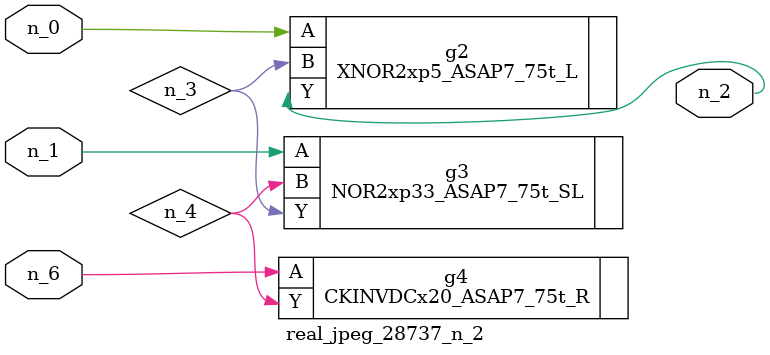
<source format=v>
module real_jpeg_28737_n_2 (n_6, n_1, n_0, n_2);

input n_6;
input n_1;
input n_0;

output n_2;

wire n_4;
wire n_3;

XNOR2xp5_ASAP7_75t_L g2 ( 
.A(n_0),
.B(n_3),
.Y(n_2)
);

NOR2xp33_ASAP7_75t_SL g3 ( 
.A(n_1),
.B(n_4),
.Y(n_3)
);

CKINVDCx20_ASAP7_75t_R g4 ( 
.A(n_6),
.Y(n_4)
);


endmodule
</source>
